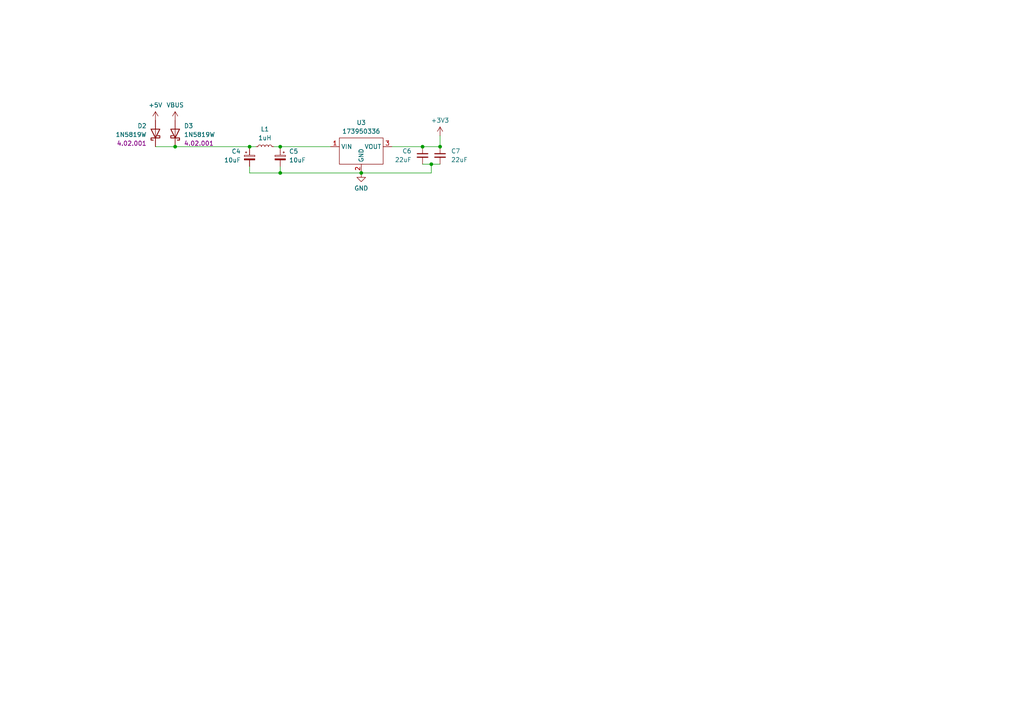
<source format=kicad_sch>
(kicad_sch (version 20230121) (generator eeschema)
  (paper "A4")
  (title_block (date "2022-10-20") (rev "1.0.0") (company "Manul Technologies"))
  (lib_symbols
    (symbol "Device:C_Polarized_Small" (pin_numbers hide) (pin_names (offset 0.254) hide)
      (property "Reference" "C" (at 0.254 1.778 0))
      (property "Value" "C_Polarized_Small" (at 0.254 -2.032 0))
      (symbol "C_Polarized_Small_0_1"
        (rectangle (start -1.524 -0.3048) (end 1.524 -0.6858) (fill (type outline)))
        (rectangle (start -1.524 0.6858) (end 1.524 0.3048))
        (polyline (pts (xy -1.27 1.524) (xy -0.762 1.524)))
        (polyline (pts (xy -1.016 1.27) (xy -1.016 1.778)))
      )
      (symbol "C_Polarized_Small_1_1"
        (pin passive line (at 0 2.54 270) (length 1.8542) (name "~") (number "1"))
        (pin passive line (at 0 -2.54 90) (length 1.8542) (name "~") (number "2"))
      )
    )
    (symbol "Device:C_Small" (pin_numbers hide) (pin_names (offset 0.254) hide)
      (property "Reference" "C" (at 0.254 1.778 0))
      (property "Value" "C_Small" (at 0.254 -2.032 0))
      (symbol "C_Small_0_1"
        (polyline (pts (xy -1.524 -0.508) (xy 1.524 -0.508)) (stroke (width 0.3302)))
        (polyline (pts (xy -1.524 0.508) (xy 1.524 0.508)) (stroke (width 0.3048)))
      )
      (symbol "C_Small_1_1"
        (pin passive line (at 0 2.54 270) (length 2.032) (name "~") (number "1"))
        (pin passive line (at 0 -2.54 90) (length 2.032) (name "~") (number "2"))
      )
    )
    (symbol "Device:L_Small" (pin_numbers hide) (pin_names (offset 0.254) hide)
      (property "Reference" "L" (at 0.762 1.016 0))
      (property "Value" "L_Small" (at 0.762 -1.016 0))
      (symbol "L_Small_0_1"
        (arc (start 0 -2.032) (mid 0.5058 -1.524) (end 0 -1.016))
        (arc (start 0 -1.016) (mid 0.5058 -0.508) (end 0 0))
        (arc (start 0 0) (mid 0.5058 0.508) (end 0 1.016))
        (arc (start 0 1.016) (mid 0.5058 1.524) (end 0 2.032))
      )
      (symbol "L_Small_1_1"
        (pin passive line (at 0 2.54 270) (length 0.508) (name "~") (number "1"))
        (pin passive line (at 0 -2.54 90) (length 0.508) (name "~") (number "2"))
      )
    )
    (symbol "manul_tech:173950336"
      (property "Reference" "U" (at 0 6.35 0))
      (property "Value" "173950336" (at 0 3.81 0))
      (symbol "173950336_0_1"
        (rectangle (start -6.35 2.54) (end 6.35 -5.08))
      )
      (symbol "173950336_1_1"
        (pin input line (at -8.89 0 0) (length 2.54) (name "VIN") (number "1"))
        (pin input line (at 0 -7.62 90) (length 2.54) (name "GND") (number "2"))
        (pin input line (at 8.89 0 180) (length 2.54) (name "VOUT") (number "3"))
      )
    )
    (symbol "manul_tech:1N5819W" (pin_numbers hide) (pin_names (offset 1.016) hide)
      (property "Reference" "D" (at 0 2.54 0))
      (property "Value" "1N5819W" (at 0 -2.54 0))
      (property "internalRef" "4.02.001" (at 0 -5.08 0))
      (symbol "1N5819W_0_1"
        (polyline (pts (xy 1.27 0) (xy -1.27 0)))
        (polyline (pts (xy 1.27 1.27) (xy 1.27 -1.27) (xy -1.27 0) (xy 1.27 1.27)) (stroke (width 0.254)))
        (polyline (pts (xy -1.905 0.635) (xy -1.905 1.27) (xy -1.27 1.27) (xy -1.27 -1.27) (xy -0.635 -1.27) (xy -0.635 -0.635)) (stroke (width 0.254)))
      )
      (symbol "1N5819W_1_1"
        (pin passive line (at -3.81 0 0) (length 2.54) (name "K") (number "1"))
        (pin passive line (at 3.81 0 180) (length 2.54) (name "A") (number "2"))
      )
    )
    (symbol "power:+3V3" (power) (pin_names (offset 0))
      (property "Value" "+3V3" (at 0 3.556 0))
      (symbol "+3V3_0_1"
        (polyline (pts (xy -0.762 1.27) (xy 0 2.54)))
        (polyline (pts (xy 0 0) (xy 0 2.54)))
        (polyline (pts (xy 0 2.54) (xy 0.762 1.27)))
      )
      (symbol "+3V3_1_1"
        (pin power_in line (at 0 0 90) (length 0) hide (name "+3V3") (number "1"))
      )
    )
    (symbol "power:+5V" (power) (pin_names (offset 0))
      (property "Value" "+5V" (at 0 3.556 0))
      (symbol "+5V_0_1"
        (polyline (pts (xy -0.762 1.27) (xy 0 2.54)))
        (polyline (pts (xy 0 0) (xy 0 2.54)))
        (polyline (pts (xy 0 2.54) (xy 0.762 1.27)))
      )
      (symbol "+5V_1_1"
        (pin power_in line (at 0 0 90) (length 0) hide (name "+5V") (number "1"))
      )
    )
    (symbol "power:GND" (power) (pin_names (offset 0))
      (property "Value" "GND" (at 0 -3.81 0))
      (symbol "GND_0_1"
        (polyline (pts (xy 0 0) (xy 0 -1.27) (xy 1.27 -1.27) (xy 0 -2.54) (xy -1.27 -1.27) (xy 0 -1.27)))
      )
      (symbol "GND_1_1"
        (pin power_in line (at 0 0 270) (length 0) hide (name "GND") (number "1"))
      )
    )
    (symbol "power:VBUS" (power) (pin_names (offset 0))
      (property "Value" "VBUS" (at 0 3.81 0))
      (symbol "VBUS_0_1"
        (polyline (pts (xy -0.762 1.27) (xy 0 2.54)))
        (polyline (pts (xy 0 0) (xy 0 2.54)))
        (polyline (pts (xy 0 2.54) (xy 0.762 1.27)))
      )
      (symbol "VBUS_1_1"
        (pin power_in line (at 0 0 90) (length 0) hide (name "VBUS") (number "1"))
      )
    )
  )
  (junction (at 50.8 42.545))
  (junction (at 72.39 42.545))
  (junction (at 125.095 47.625))
  (junction (at 81.28 42.545))
  (junction (at 127.635 42.545))
  (junction (at 122.555 42.545))
  (junction (at 81.28 50.165))
  (junction (at 104.775 50.165))
  (wire (pts (xy 81.28 48.26) (xy 81.28 50.165)))
  (wire (pts (xy 127.635 39.37) (xy 127.635 42.545)))
  (wire (pts (xy 72.39 50.165) (xy 81.28 50.165)))
  (wire (pts (xy 113.665 42.545) (xy 122.555 42.545)))
  (wire (pts (xy 125.095 50.165) (xy 125.095 47.625)))
  (wire (pts (xy 79.375 42.545) (xy 81.28 42.545)))
  (wire (pts (xy 81.28 50.165) (xy 104.775 50.165)))
  (wire (pts (xy 81.28 42.545) (xy 81.28 43.18)))
  (wire (pts (xy 81.28 42.545) (xy 95.885 42.545)))
  (wire (pts (xy 50.8 42.545) (xy 72.39 42.545)))
  (wire (pts (xy 122.555 42.545) (xy 127.635 42.545)))
  (wire (pts (xy 72.39 50.165) (xy 72.39 48.26)))
  (wire (pts (xy 72.39 42.545) (xy 72.39 43.18)))
  (wire (pts (xy 104.775 50.165) (xy 125.095 50.165)))
  (wire (pts (xy 72.39 42.545) (xy 74.295 42.545)))
  (wire (pts (xy 45.085 42.545) (xy 50.8 42.545)))
  (wire (pts (xy 125.095 47.625) (xy 127.635 47.625)))
  (wire (pts (xy 122.555 47.625) (xy 125.095 47.625)))
  (symbol (lib_id "Device:C_Small") (at 122.555 45.085 0) (mirror y) (unit 1)
    (property "Reference" "C6" (at 119.38 43.8213 0) (effects (justify left)))
    (property "Value" "22uF" (at 119.38 46.3613 0) (effects (justify left)))
    (property "Footprint" "Capacitor_SMD:C_1210_3225Metric" (effects hide))
    (property "MPN" "885012109014" (effects hide))
  )
  (symbol (lib_id "Device:C_Polarized_Small") (at 72.39 45.72 0) (unit 1)
    (property "Reference" "C4" (at 69.85 43.9039 0) (effects (justify right)))
    (property "Value" "10uF" (at 69.85 46.4439 0) (effects (justify right)))
    (property "Footprint" "Capacitor_SMD:CP_Elec_6.3x5.7" (effects hide))
    (property "MPN" "875115644009" (effects hide))
  )
  (symbol (lib_id "power:VBUS") (at 50.8 34.925 0) (unit 1)
    (property "Reference" "#PWR023" (effects hide))
    (property "Value" "VBUS" (at 50.8 30.48 0))
  )
  (symbol (lib_id "Device:C_Polarized_Small") (at 81.28 45.72 0) (mirror y) (unit 1)
    (property "Reference" "C5" (at 83.82 43.9039 0) (effects (justify right)))
    (property "Value" "10uF" (at 83.82 46.4439 0) (effects (justify right)))
    (property "Footprint" "Capacitor_SMD:CP_Elec_6.3x5.7" (effects hide))
    (property "MPN" "875115644009" (effects hide))
  )
  (symbol (lib_id "manul_tech:173950336") (at 104.775 42.545 0) (unit 1)
    (property "Reference" "U3" (at 104.775 35.56 0))
    (property "Value" "173950336" (at 104.775 38.1 0))
    (property "Footprint" "manul_tech:SIP3_11.6x8.5mm" (effects hide))
  )
  (symbol (lib_id "manul_tech:1N5819W") (at 50.8 38.735 270) (mirror x) (unit 1)
    (property "Reference" "D3" (at 53.34 36.5125 90) (effects (justify left)))
    (property "Value" "1N5819W" (at 53.34 39.0525 90) (effects (justify left)))
    (property "Footprint" "Diode_SMD:D_SOD-123" (effects hide))
    (property "internalRef" "4.02.001" (at 53.34 41.5925 90) (effects (justify left)))
  )
  (symbol (lib_id "Device:L_Small") (at 76.835 42.545 90) (unit 1)
    (property "Reference" "L1" (at 76.835 37.465 90))
    (property "Value" "1uH" (at 76.835 40.005 90))
    (property "Footprint" "Inductor_SMD:L_Wuerth_WE-PD2-Typ-MS" (effects hide))
    (property "MPN" "7447730" (effects hide))
  )
  (symbol (lib_id "power:GND") (at 104.775 50.165 0) (unit 1)
    (property "Reference" "#PWR021" (effects hide))
    (property "Value" "GND" (at 104.775 54.61 0))
  )
  (symbol (lib_id "manul_tech:1N5819W") (at 45.085 38.735 90) (unit 1)
    (property "Reference" "D2" (at 42.545 36.5125 90) (effects (justify left)))
    (property "Value" "1N5819W" (at 42.545 39.0525 90) (effects (justify left)))
    (property "Footprint" "Diode_SMD:D_SOD-123" (effects hide))
    (property "internalRef" "4.02.001" (at 42.545 41.5925 90) (effects (justify left)))
  )
  (symbol (lib_id "Device:C_Small") (at 127.635 45.085 0) (unit 1)
    (property "Reference" "C7" (at 130.81 43.8213 0) (effects (justify left)))
    (property "Value" "22uF" (at 130.81 46.3613 0) (effects (justify left)))
    (property "Footprint" "Capacitor_SMD:C_1210_3225Metric" (effects hide))
    (property "MPN" "885012109014" (effects hide))
  )
  (symbol (lib_id "power:+3V3") (at 127.635 39.37 0) (unit 1)
    (property "Reference" "#PWR020" (effects hide))
    (property "Value" "+3V3" (at 127.635 34.925 0))
  )
  (symbol (lib_id "power:+5V") (at 45.085 34.925 0) (unit 1)
    (property "Reference" "#PWR022" (effects hide))
    (property "Value" "+5V" (at 45.085 30.48 0))
  )
)
</source>
